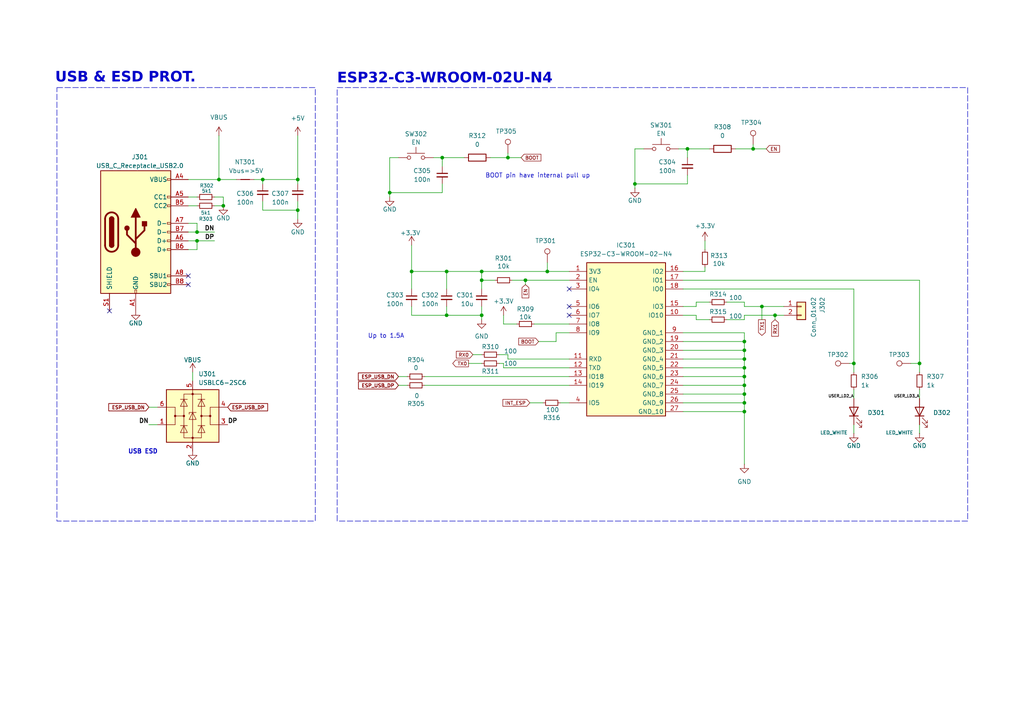
<source format=kicad_sch>
(kicad_sch (version 20231120) (generator "eeschema") (generator_version "8.0")
  (paper "A4")
  (lib_symbols
    (symbol "Connector:TestPoint" (pin_numbers hide) (pin_names (offset 0.762) hide)
      (property "Reference" "TP" (at 0 6.858 0))
      (property "Value" "TestPoint" (at 0 5.08 0))
      (symbol "TestPoint_0_1"
        (circle (center 0 3.302) (radius 0.762))
      )
      (symbol "TestPoint_1_1"
        (pin passive line (at 0 0 90) (length 2.54) (name "1") (number "1"))
      )
    )
    (symbol "Connector:USB_C_Receptacle_USB2.0" (pin_names (offset 1.016))
      (property "Reference" "J" (at -10.16 19.05 0))
      (property "Value" "USB_C_Receptacle_USB2.0" (at 19.05 19.05 0))
      (symbol "USB_C_Receptacle_USB2.0_0_0"
        (rectangle (start -0.254 -17.78) (end 0.254 -16.764))
        (rectangle (start 10.16 -14.986) (end 9.144 -15.494))
        (rectangle (start 10.16 -12.446) (end 9.144 -12.954))
        (rectangle (start 10.16 -4.826) (end 9.144 -5.334))
        (rectangle (start 10.16 -2.286) (end 9.144 -2.794))
        (rectangle (start 10.16 0.254) (end 9.144 -0.254))
        (rectangle (start 10.16 2.794) (end 9.144 2.286))
        (rectangle (start 10.16 7.874) (end 9.144 7.366))
        (rectangle (start 10.16 10.414) (end 9.144 9.906))
        (rectangle (start 10.16 15.494) (end 9.144 14.986))
      )
      (symbol "USB_C_Receptacle_USB2.0_0_1"
        (rectangle (start -10.16 17.78) (end 10.16 -17.78) (stroke (width 0.254)) (fill (type background)))
        (arc (start -8.89 -3.81) (mid -6.985 -5.7067) (end -5.08 -3.81) (stroke (width 0.508)))
        (arc (start -7.62 -3.81) (mid -6.985 -4.4423) (end -6.35 -3.81) (stroke (width 0.254)))
        (arc (start -7.62 -3.81) (mid -6.985 -4.4423) (end -6.35 -3.81) (stroke (width 0.254)) (fill (type outline)))
        (rectangle (start -7.62 -3.81) (end -6.35 3.81) (stroke (width 0.254)) (fill (type outline)))
        (arc (start -6.35 3.81) (mid -6.985 4.4423) (end -7.62 3.81) (stroke (width 0.254)))
        (arc (start -6.35 3.81) (mid -6.985 4.4423) (end -7.62 3.81) (stroke (width 0.254)) (fill (type outline)))
        (arc (start -5.08 3.81) (mid -6.985 5.7067) (end -8.89 3.81) (stroke (width 0.508)))
        (circle (center -2.54 1.143) (radius 0.635) (stroke (width 0.254)) (fill (type outline)))
        (circle (center 0 -5.842) (radius 1.27) (fill (type outline)))
        (polyline (pts (xy -8.89 -3.81) (xy -8.89 3.81)) (stroke (width 0.508)))
        (polyline (pts (xy -5.08 3.81) (xy -5.08 -3.81)) (stroke (width 0.508)))
        (polyline (pts (xy 0 -5.842) (xy 0 4.318)) (stroke (width 0.508)))
        (polyline (pts (xy 0 -3.302) (xy -2.54 -0.762) (xy -2.54 0.508)) (stroke (width 0.508)))
        (polyline (pts (xy 0 -2.032) (xy 2.54 0.508) (xy 2.54 1.778)) (stroke (width 0.508)))
        (polyline (pts (xy -1.27 4.318) (xy 0 6.858) (xy 1.27 4.318) (xy -1.27 4.318)) (stroke (width 0.254)) (fill (type outline)))
        (rectangle (start 1.905 1.778) (end 3.175 3.048) (stroke (width 0.254)) (fill (type outline)))
      )
      (symbol "USB_C_Receptacle_USB2.0_1_1"
        (pin passive line (at 0 -22.86 90) (length 5.08) (name "GND") (number "A1"))
        (pin passive line (at 0 -22.86 90) (length 5.08) hide (name "GND") (number "A12"))
        (pin passive line (at 15.24 15.24 180) (length 5.08) (name "VBUS") (number "A4"))
        (pin bidirectional line (at 15.24 10.16 180) (length 5.08) (name "CC1") (number "A5"))
        (pin bidirectional line (at 15.24 -2.54 180) (length 5.08) (name "D+") (number "A6"))
        (pin bidirectional line (at 15.24 2.54 180) (length 5.08) (name "D-") (number "A7"))
        (pin bidirectional line (at 15.24 -12.7 180) (length 5.08) (name "SBU1") (number "A8"))
        (pin passive line (at 15.24 15.24 180) (length 5.08) hide (name "VBUS") (number "A9"))
        (pin passive line (at 0 -22.86 90) (length 5.08) hide (name "GND") (number "B1"))
        (pin passive line (at 0 -22.86 90) (length 5.08) hide (name "GND") (number "B12"))
        (pin passive line (at 15.24 15.24 180) (length 5.08) hide (name "VBUS") (number "B4"))
        (pin bidirectional line (at 15.24 7.62 180) (length 5.08) (name "CC2") (number "B5"))
        (pin bidirectional line (at 15.24 -5.08 180) (length 5.08) (name "D+") (number "B6"))
        (pin bidirectional line (at 15.24 0 180) (length 5.08) (name "D-") (number "B7"))
        (pin bidirectional line (at 15.24 -15.24 180) (length 5.08) (name "SBU2") (number "B8"))
        (pin passive line (at 15.24 15.24 180) (length 5.08) hide (name "VBUS") (number "B9"))
        (pin passive line (at -7.62 -22.86 90) (length 5.08) (name "SHIELD") (number "S1"))
      )
    )
    (symbol "Connector_Generic:Conn_01x02" (pin_names (offset 1.016) hide)
      (property "Reference" "J" (at 0 2.54 0))
      (property "Value" "Conn_01x02" (at 0 -5.08 0))
      (symbol "Conn_01x02_1_1"
        (rectangle (start -1.27 -2.413) (end 0 -2.667) (stroke (width 0.1524)))
        (rectangle (start -1.27 0.127) (end 0 -0.127) (stroke (width 0.1524)))
        (rectangle (start -1.27 1.27) (end 1.27 -3.81) (stroke (width 0.254)) (fill (type background)))
        (pin passive line (at -5.08 0 0) (length 3.81) (name "Pin_1") (number "1"))
        (pin passive line (at -5.08 -2.54 0) (length 3.81) (name "Pin_2") (number "2"))
      )
    )
    (symbol "Device:C_Small" (pin_numbers hide) (pin_names (offset 0.254) hide)
      (property "Reference" "C" (at 0.254 1.778 0))
      (property "Value" "C_Small" (at 0.254 -2.032 0))
      (symbol "C_Small_0_1"
        (polyline (pts (xy -1.524 -0.508) (xy 1.524 -0.508)) (stroke (width 0.3302)))
        (polyline (pts (xy -1.524 0.508) (xy 1.524 0.508)) (stroke (width 0.3048)))
      )
      (symbol "C_Small_1_1"
        (pin passive line (at 0 2.54 270) (length 2.032) (name "~") (number "1"))
        (pin passive line (at 0 -2.54 90) (length 2.032) (name "~") (number "2"))
      )
    )
    (symbol "Device:LED" (pin_numbers hide) (pin_names (offset 1.016) hide)
      (property "Reference" "D" (at 0 2.54 0))
      (property "Value" "LED" (at 0 -2.54 0))
      (symbol "LED_0_1"
        (polyline (pts (xy -1.27 -1.27) (xy -1.27 1.27)) (stroke (width 0.254)))
        (polyline (pts (xy -1.27 0) (xy 1.27 0)))
        (polyline (pts (xy 1.27 -1.27) (xy 1.27 1.27) (xy -1.27 0) (xy 1.27 -1.27)) (stroke (width 0.254)))
        (polyline (pts (xy -3.048 -0.762) (xy -4.572 -2.286) (xy -3.81 -2.286) (xy -4.572 -2.286) (xy -4.572 -1.524)))
        (polyline (pts (xy -1.778 -0.762) (xy -3.302 -2.286) (xy -2.54 -2.286) (xy -3.302 -2.286) (xy -3.302 -1.524)))
      )
      (symbol "LED_1_1"
        (pin passive line (at -3.81 0 0) (length 2.54) (name "K") (number "1"))
        (pin passive line (at 3.81 0 180) (length 2.54) (name "A") (number "2"))
      )
    )
    (symbol "Device:NetTie_2" (pin_numbers hide) (pin_names (offset 0) hide) (in_bom no)
      (property "Reference" "NT" (at 0 1.27 0))
      (property "Value" "NetTie_2" (at 0 -1.27 0))
      (symbol "NetTie_2_0_1"
        (polyline (pts (xy -1.27 0) (xy 1.27 0)) (stroke (width 0.254)))
      )
      (symbol "NetTie_2_1_1"
        (pin passive line (at -2.54 0 0) (length 2.54) (name "1") (number "1"))
        (pin passive line (at 2.54 0 180) (length 2.54) (name "2") (number "2"))
      )
    )
    (symbol "Device:R" (pin_numbers hide) (pin_names (offset 0))
      (property "Reference" "R" (at 2.032 0 90))
      (property "Value" "R" (at 0 0 90))
      (symbol "R_0_1"
        (rectangle (start -1.016 -2.54) (end 1.016 2.54) (stroke (width 0.254)))
      )
      (symbol "R_1_1"
        (pin passive line (at 0 3.81 270) (length 1.27) (name "~") (number "1"))
        (pin passive line (at 0 -3.81 90) (length 1.27) (name "~") (number "2"))
      )
    )
    (symbol "Device:R_Small" (pin_numbers hide) (pin_names (offset 0.254) hide)
      (property "Reference" "R" (at 0.762 0.508 0))
      (property "Value" "R_Small" (at 0.762 -1.016 0))
      (symbol "R_Small_0_1"
        (rectangle (start -0.762 1.778) (end 0.762 -1.778) (stroke (width 0.2032)))
      )
      (symbol "R_Small_1_1"
        (pin passive line (at 0 2.54 270) (length 0.762) (name "~") (number "1"))
        (pin passive line (at 0 -2.54 90) (length 0.762) (name "~") (number "2"))
      )
    )
    (symbol "Power_Protection:USBLC6-2SC6" (pin_names hide)
      (property "Reference" "U" (at 2.54 8.89 0))
      (property "Value" "USBLC6-2SC6" (at 2.54 -8.89 0))
      (symbol "USBLC6-2SC6_0_1"
        (rectangle (start -7.62 -7.62) (end 7.62 7.62) (stroke (width 0.254)) (fill (type background)))
        (circle (center -5.08 0) (radius 0.254) (fill (type outline)))
        (circle (center -2.54 0) (radius 0.254) (fill (type outline)))
        (rectangle (start -2.54 6.35) (end 2.54 -6.35))
        (circle (center 0 -6.35) (radius 0.254) (fill (type outline)))
        (polyline (pts (xy -5.08 -2.54) (xy -7.62 -2.54)))
        (polyline (pts (xy -5.08 0) (xy -5.08 -2.54)))
        (polyline (pts (xy -5.08 2.54) (xy -7.62 2.54)))
        (polyline (pts (xy -1.524 -2.794) (xy -3.556 -2.794)))
        (polyline (pts (xy -1.524 4.826) (xy -3.556 4.826)))
        (polyline (pts (xy 0 -7.62) (xy 0 -6.35)))
        (polyline (pts (xy 0 -6.35) (xy 0 1.27)))
        (polyline (pts (xy 0 1.27) (xy 0 6.35)))
        (polyline (pts (xy 0 6.35) (xy 0 7.62)))
        (polyline (pts (xy 1.524 -2.794) (xy 3.556 -2.794)))
        (polyline (pts (xy 1.524 4.826) (xy 3.556 4.826)))
        (polyline (pts (xy 5.08 -2.54) (xy 7.62 -2.54)))
        (polyline (pts (xy 5.08 0) (xy 5.08 -2.54)))
        (polyline (pts (xy 5.08 2.54) (xy 7.62 2.54)))
        (polyline (pts (xy -2.54 0) (xy -5.08 0) (xy -5.08 2.54)))
        (polyline (pts (xy 2.54 0) (xy 5.08 0) (xy 5.08 2.54)))
        (polyline (pts (xy -3.556 -4.826) (xy -1.524 -4.826) (xy -2.54 -2.794) (xy -3.556 -4.826)))
        (polyline (pts (xy -3.556 2.794) (xy -1.524 2.794) (xy -2.54 4.826) (xy -3.556 2.794)))
        (polyline (pts (xy -1.016 -1.016) (xy 1.016 -1.016) (xy 0 1.016) (xy -1.016 -1.016)))
        (polyline (pts (xy 1.016 1.016) (xy 0.762 1.016) (xy -1.016 1.016) (xy -1.016 0.508)))
        (polyline (pts (xy 3.556 -4.826) (xy 1.524 -4.826) (xy 2.54 -2.794) (xy 3.556 -4.826)))
        (polyline (pts (xy 3.556 2.794) (xy 1.524 2.794) (xy 2.54 4.826) (xy 3.556 2.794)))
        (circle (center 0 6.35) (radius 0.254) (fill (type outline)))
        (circle (center 2.54 0) (radius 0.254) (fill (type outline)))
        (circle (center 5.08 0) (radius 0.254) (fill (type outline)))
      )
      (symbol "USBLC6-2SC6_1_1"
        (pin passive line (at -10.16 -2.54 0) (length 2.54) (name "I/O1") (number "1"))
        (pin passive line (at 0 -10.16 90) (length 2.54) (name "GND") (number "2"))
        (pin passive line (at 10.16 -2.54 180) (length 2.54) (name "I/O2") (number "3"))
        (pin passive line (at 10.16 2.54 180) (length 2.54) (name "I/O2") (number "4"))
        (pin passive line (at 0 10.16 270) (length 2.54) (name "VBUS") (number "5"))
        (pin passive line (at -10.16 2.54 0) (length 2.54) (name "I/O1") (number "6"))
      )
    )
    (symbol "SW_MEC_5G_2" (pin_numbers hide) (pin_names (offset 1.016) hide)
      (property "Reference" "SW301" (at 0 6.858 0))
      (property "Value" "NRST" (at 0 4.445 0))
      (symbol "SW_MEC_5G_2_0_1"
        (circle (center -2.032 0) (radius 0.508))
        (polyline (pts (xy 0 1.27) (xy 0 3.048)))
        (polyline (pts (xy 2.54 1.27) (xy -2.54 1.27)))
        (circle (center 2.032 0) (radius 0.508))
      )
      (symbol "SW_MEC_5G_2_1_1"
        (pin passive line (at -5.08 0 0) (length 2.54) (name "A") (number "1"))
        (pin passive line (at -5.08 0 0) (length 2.54) hide (name "A") (number "2"))
        (pin passive line (at 5.08 0 180) (length 2.54) (name "B") (number "2"))
        (pin passive line (at 5.08 0 180) (length 2.54) hide (name "B") (number "4"))
      )
    )
    (symbol "SamacSys_Parts:ESP32-C3-WROOM-02-N4"
      (property "Reference" "IC301" (at 16.51 7.62 0))
      (property "Value" "ESP32-C3-WROOM-02-N4" (at 16.51 5.08 0))
      (symbol "ESP32-C3-WROOM-02-N4_1_1"
        (rectangle (start 5.08 2.54) (end 27.94 -41.91) (stroke (width 0.254)) (fill (type background)))
        (pin passive line (at 0 0 0) (length 5.08) (name "3V3") (number "1"))
        (pin passive line (at 33.02 -12.7 180) (length 5.08) (name "IO10") (number "10"))
        (pin passive line (at 0 -25.4 0) (length 5.08) (name "RXD") (number "11"))
        (pin passive line (at 0 -27.94 0) (length 5.08) (name "TXD") (number "12"))
        (pin passive line (at 0 -30.48 0) (length 5.08) (name "IO18") (number "13"))
        (pin passive line (at 0 -33.02 0) (length 5.08) (name "IO19") (number "14"))
        (pin passive line (at 33.02 -10.16 180) (length 5.08) (name "IO3") (number "15"))
        (pin passive line (at 33.02 0 180) (length 5.08) (name "IO2") (number "16"))
        (pin passive line (at 33.02 -2.54 180) (length 5.08) (name "IO1") (number "17"))
        (pin passive line (at 33.02 -5.08 180) (length 5.08) (name "IO0") (number "18"))
        (pin passive line (at 33.02 -20.32 180) (length 5.08) (name "GND_2") (number "19"))
        (pin passive line (at 0 -2.54 0) (length 5.08) (name "EN") (number "2"))
        (pin passive line (at 33.02 -22.86 180) (length 5.08) (name "GND_3") (number "20"))
        (pin passive line (at 33.02 -25.4 180) (length 5.08) (name "GND_4") (number "21"))
        (pin passive line (at 33.02 -27.94 180) (length 5.08) (name "GND_5") (number "22"))
        (pin passive line (at 33.02 -30.48 180) (length 5.08) (name "GND_6") (number "23"))
        (pin passive line (at 33.02 -33.02 180) (length 5.08) (name "GND_7") (number "24"))
        (pin passive line (at 33.02 -35.56 180) (length 5.08) (name "GND_8") (number "25"))
        (pin passive line (at 33.02 -38.1 180) (length 5.08) (name "GND_9") (number "26"))
        (pin passive line (at 33.02 -40.64 180) (length 5.08) (name "GND_10") (number "27"))
        (pin passive line (at 0 -5.08 0) (length 5.08) (name "IO4") (number "3"))
        (pin passive line (at 0 -38.1 0) (length 5.08) (name "IO5") (number "4"))
        (pin passive line (at 0 -10.16 0) (length 5.08) (name "IO6") (number "5"))
        (pin passive line (at 0 -12.7 0) (length 5.08) (name "IO7") (number "6"))
        (pin passive line (at 0 -15.24 0) (length 5.08) (name "IO8") (number "7"))
        (pin passive line (at 0 -17.78 0) (length 5.08) (name "IO9") (number "8"))
        (pin passive line (at 33.02 -17.78 180) (length 5.08) (name "GND_1") (number "9"))
      )
    )
    (symbol "power:+3.3V" (power) (pin_names (offset 0))
      (property "Value" "+3.3V" (at 0 3.556 0))
      (symbol "+3.3V_0_1"
        (polyline (pts (xy -0.762 1.27) (xy 0 2.54)))
        (polyline (pts (xy 0 0) (xy 0 2.54)))
        (polyline (pts (xy 0 2.54) (xy 0.762 1.27)))
      )
      (symbol "+3.3V_1_1"
        (pin power_in line (at 0 0 90) (length 0) hide (name "+3.3V") (number "1"))
      )
    )
    (symbol "power:+5V" (power) (pin_numbers hide) (pin_names (offset 0) hide)
      (property "Value" "+5V" (at 0 3.556 0))
      (symbol "+5V_0_1"
        (polyline (pts (xy -0.762 1.27) (xy 0 2.54)))
        (polyline (pts (xy 0 0) (xy 0 2.54)))
        (polyline (pts (xy 0 2.54) (xy 0.762 1.27)))
      )
      (symbol "+5V_1_1"
        (pin power_in line (at 0 0 90) (length 0) (name "~") (number "1"))
      )
    )
    (symbol "power:GND" (power) (pin_numbers hide) (pin_names (offset 0) hide)
      (property "Value" "GND" (at 0 -3.81 0))
      (symbol "GND_0_1"
        (polyline (pts (xy 0 0) (xy 0 -1.27) (xy 1.27 -1.27) (xy 0 -2.54) (xy -1.27 -1.27) (xy 0 -1.27)))
      )
      (symbol "GND_1_1"
        (pin power_in line (at 0 0 270) (length 0) (name "~") (number "1"))
      )
    )
    (symbol "power:VBUS" (power) (pin_names (offset 0))
      (property "Value" "VBUS" (at 0 3.81 0))
      (symbol "VBUS_0_1"
        (polyline (pts (xy -0.762 1.27) (xy 0 2.54)))
        (polyline (pts (xy 0 0) (xy 0 2.54)))
        (polyline (pts (xy 0 2.54) (xy 0.762 1.27)))
      )
      (symbol "VBUS_1_1"
        (pin power_in line (at 0 0 90) (length 0) hide (name "VBUS") (number "1"))
      )
    )
  )
  (junction (at 215.9 116.84))
  (junction (at 215.9 101.6))
  (junction (at 215.9 114.3))
  (junction (at 215.9 111.76))
  (junction (at 158.75 78.74))
  (junction (at 64.77 59.69))
  (junction (at 119.38 78.74))
  (junction (at 139.7 91.44))
  (junction (at 147.32 45.72))
  (junction (at 139.7 81.28))
  (junction (at 76.2 52.07))
  (junction (at 128.27 45.72))
  (junction (at 215.9 119.38))
  (junction (at 247.65 105.41))
  (junction (at 215.9 109.22))
  (junction (at 86.36 52.07))
  (junction (at 139.7 78.74))
  (junction (at 152.4 81.28))
  (junction (at 57.15 67.31))
  (junction (at 215.9 104.14))
  (junction (at 215.9 99.06))
  (junction (at 224.79 91.44))
  (junction (at 113.03 55.88))
  (junction (at 218.44 43.18))
  (junction (at 86.36 60.96))
  (junction (at 129.54 91.44))
  (junction (at 215.9 106.68))
  (junction (at 266.7 105.41))
  (junction (at 63.5 52.07))
  (junction (at 220.98 88.9))
  (junction (at 184.15 53.34))
  (junction (at 199.39 43.18))
  (junction (at 57.15 69.85))
  (junction (at 129.54 78.74))
  (no_connect (at 54.61 80.01))
  (no_connect (at 165.1 88.9))
  (no_connect (at 165.1 83.82))
  (no_connect (at 31.75 90.17))
  (no_connect (at 54.61 82.55))
  (no_connect (at 165.1 91.44))
  (wire (pts (xy 146.05 105.41) (xy 146.05 106.68)))
  (wire (pts (xy 139.7 78.74) (xy 158.75 78.74)))
  (wire (pts (xy 215.9 99.06) (xy 215.9 101.6)))
  (wire (pts (xy 198.12 99.06) (xy 215.9 99.06)))
  (wire (pts (xy 139.7 81.28) (xy 139.7 78.74)))
  (wire (pts (xy 142.24 45.72) (xy 147.32 45.72)))
  (wire (pts (xy 139.7 81.28) (xy 143.51 81.28)))
  (wire (pts (xy 119.38 83.82) (xy 119.38 78.74)))
  (wire (pts (xy 215.9 104.14) (xy 215.9 106.68)))
  (wire (pts (xy 224.79 91.44) (xy 224.79 92.71)))
  (wire (pts (xy 201.93 92.71) (xy 201.93 91.44)))
  (wire (pts (xy 57.15 64.77) (xy 57.15 67.31)))
  (wire (pts (xy 147.32 104.14) (xy 165.1 104.14)))
  (wire (pts (xy 161.29 96.52) (xy 165.1 96.52)))
  (wire (pts (xy 215.9 109.22) (xy 215.9 111.76)))
  (wire (pts (xy 54.61 52.07) (xy 63.5 52.07)))
  (wire (pts (xy 198.12 111.76) (xy 215.9 111.76)))
  (wire (pts (xy 199.39 43.18) (xy 205.74 43.18)))
  (wire (pts (xy 147.32 102.87) (xy 147.32 104.14)))
  (wire (pts (xy 152.4 81.28) (xy 165.1 81.28)))
  (wire (pts (xy 215.9 111.76) (xy 215.9 114.3)))
  (wire (pts (xy 113.03 45.72) (xy 113.03 55.88)))
  (wire (pts (xy 246.38 105.41) (xy 247.65 105.41)))
  (wire (pts (xy 146.05 91.44) (xy 146.05 93.98)))
  (wire (pts (xy 62.23 59.69) (xy 64.77 59.69)))
  (wire (pts (xy 199.39 53.34) (xy 184.15 53.34)))
  (wire (pts (xy 153.67 116.84) (xy 157.48 116.84)))
  (wire (pts (xy 86.36 53.34) (xy 86.36 52.07)))
  (wire (pts (xy 115.57 111.76) (xy 118.11 111.76)))
  (wire (pts (xy 147.32 44.45) (xy 147.32 45.72)))
  (wire (pts (xy 199.39 50.8) (xy 199.39 53.34)))
  (wire (pts (xy 139.7 92.71) (xy 139.7 91.44)))
  (wire (pts (xy 128.27 53.34) (xy 128.27 55.88)))
  (wire (pts (xy 184.15 43.18) (xy 184.15 53.34)))
  (wire (pts (xy 210.82 92.71) (xy 215.9 92.71)))
  (wire (pts (xy 64.77 57.15) (xy 64.77 59.69)))
  (wire (pts (xy 63.5 39.37) (xy 63.5 52.07)))
  (wire (pts (xy 198.12 114.3) (xy 215.9 114.3)))
  (wire (pts (xy 146.05 106.68) (xy 165.1 106.68)))
  (wire (pts (xy 215.9 119.38) (xy 215.9 134.62)))
  (wire (pts (xy 135.89 105.41) (xy 139.7 105.41)))
  (wire (pts (xy 201.93 92.71) (xy 205.74 92.71)))
  (wire (pts (xy 215.9 88.9) (xy 220.98 88.9)))
  (wire (pts (xy 224.79 91.44) (xy 215.9 91.44)))
  (wire (pts (xy 119.38 91.44) (xy 129.54 91.44)))
  (wire (pts (xy 201.93 87.63) (xy 205.74 87.63)))
  (wire (pts (xy 119.38 71.12) (xy 119.38 78.74)))
  (wire (pts (xy 115.57 109.22) (xy 118.11 109.22)))
  (wire (pts (xy 43.18 118.11) (xy 45.72 118.11)))
  (wire (pts (xy 129.54 91.44) (xy 139.7 91.44)))
  (wire (pts (xy 86.36 60.96) (xy 86.36 63.5)))
  (wire (pts (xy 147.32 45.72) (xy 151.13 45.72)))
  (wire (pts (xy 57.15 69.85) (xy 57.15 72.39)))
  (wire (pts (xy 198.12 104.14) (xy 215.9 104.14)))
  (wire (pts (xy 113.03 55.88) (xy 113.03 57.15)))
  (wire (pts (xy 129.54 78.74) (xy 139.7 78.74)))
  (wire (pts (xy 162.56 116.84) (xy 165.1 116.84)))
  (wire (pts (xy 54.61 72.39) (xy 57.15 72.39)))
  (wire (pts (xy 76.2 60.96) (xy 86.36 60.96)))
  (wire (pts (xy 148.59 81.28) (xy 152.4 81.28)))
  (wire (pts (xy 198.12 78.74) (xy 204.47 78.74)))
  (wire (pts (xy 198.12 83.82) (xy 247.65 83.82)))
  (wire (pts (xy 86.36 39.37) (xy 86.36 52.07)))
  (wire (pts (xy 215.9 114.3) (xy 215.9 116.84)))
  (wire (pts (xy 137.16 102.87) (xy 139.7 102.87)))
  (wire (pts (xy 266.7 113.03) (xy 266.7 115.57)))
  (wire (pts (xy 218.44 43.18) (xy 222.25 43.18)))
  (wire (pts (xy 57.15 69.85) (xy 54.61 69.85)))
  (wire (pts (xy 128.27 45.72) (xy 125.73 45.72)))
  (wire (pts (xy 63.5 52.07) (xy 68.58 52.07)))
  (wire (pts (xy 220.98 88.9) (xy 220.98 92.71)))
  (wire (pts (xy 62.23 57.15) (xy 64.77 57.15)))
  (wire (pts (xy 144.78 105.41) (xy 146.05 105.41)))
  (wire (pts (xy 210.82 87.63) (xy 215.9 87.63)))
  (wire (pts (xy 76.2 58.42) (xy 76.2 60.96)))
  (wire (pts (xy 215.9 101.6) (xy 215.9 104.14)))
  (wire (pts (xy 55.88 107.95) (xy 55.88 110.49)))
  (wire (pts (xy 43.18 123.19) (xy 45.72 123.19)))
  (wire (pts (xy 218.44 41.91) (xy 218.44 43.18)))
  (wire (pts (xy 184.15 43.18) (xy 186.69 43.18)))
  (wire (pts (xy 213.36 43.18) (xy 218.44 43.18)))
  (wire (pts (xy 198.12 101.6) (xy 215.9 101.6)))
  (wire (pts (xy 149.86 93.98) (xy 146.05 93.98)))
  (wire (pts (xy 198.12 106.68) (xy 215.9 106.68)))
  (wire (pts (xy 215.9 106.68) (xy 215.9 109.22)))
  (wire (pts (xy 76.2 52.07) (xy 86.36 52.07)))
  (wire (pts (xy 139.7 88.9) (xy 139.7 91.44)))
  (wire (pts (xy 266.7 105.41) (xy 266.7 107.95)))
  (wire (pts (xy 86.36 58.42) (xy 86.36 60.96)))
  (wire (pts (xy 199.39 45.72) (xy 199.39 43.18)))
  (wire (pts (xy 113.03 45.72) (xy 115.57 45.72)))
  (wire (pts (xy 198.12 116.84) (xy 215.9 116.84)))
  (wire (pts (xy 247.65 83.82) (xy 247.65 105.41)))
  (wire (pts (xy 158.75 78.74) (xy 165.1 78.74)))
  (wire (pts (xy 215.9 96.52) (xy 215.9 99.06)))
  (wire (pts (xy 184.15 53.34) (xy 184.15 54.61)))
  (wire (pts (xy 128.27 45.72) (xy 134.62 45.72)))
  (wire (pts (xy 152.4 81.28) (xy 152.4 82.55)))
  (wire (pts (xy 57.15 64.77) (xy 54.61 64.77)))
  (wire (pts (xy 220.98 88.9) (xy 227.33 88.9)))
  (wire (pts (xy 123.19 109.22) (xy 165.1 109.22)))
  (wire (pts (xy 247.65 113.03) (xy 247.65 115.57)))
  (wire (pts (xy 198.12 119.38) (xy 215.9 119.38)))
  (wire (pts (xy 73.66 52.07) (xy 76.2 52.07)))
  (wire (pts (xy 264.16 105.41) (xy 266.7 105.41)))
  (wire (pts (xy 128.27 48.26) (xy 128.27 45.72)))
  (wire (pts (xy 201.93 91.44) (xy 198.12 91.44)))
  (wire (pts (xy 215.9 87.63) (xy 215.9 88.9)))
  (wire (pts (xy 215.9 116.84) (xy 215.9 119.38)))
  (wire (pts (xy 198.12 81.28) (xy 266.7 81.28)))
  (wire (pts (xy 158.75 76.2) (xy 158.75 78.74)))
  (wire (pts (xy 204.47 77.47) (xy 204.47 78.74)))
  (wire (pts (xy 199.39 43.18) (xy 196.85 43.18)))
  (wire (pts (xy 76.2 53.34) (xy 76.2 52.07)))
  (wire (pts (xy 144.78 102.87) (xy 147.32 102.87)))
  (wire (pts (xy 247.65 123.19) (xy 247.65 125.73)))
  (wire (pts (xy 227.33 91.44) (xy 224.79 91.44)))
  (wire (pts (xy 161.29 99.06) (xy 161.29 96.52)))
  (wire (pts (xy 204.47 69.85) (xy 204.47 72.39)))
  (wire (pts (xy 139.7 81.28) (xy 139.7 83.82)))
  (wire (pts (xy 266.7 123.19) (xy 266.7 125.73)))
  (wire (pts (xy 156.21 99.06) (xy 161.29 99.06)))
  (wire (pts (xy 154.94 93.98) (xy 165.1 93.98)))
  (wire (pts (xy 57.15 67.31) (xy 62.23 67.31)))
  (wire (pts (xy 54.61 67.31) (xy 57.15 67.31)))
  (wire (pts (xy 128.27 55.88) (xy 113.03 55.88)))
  (wire (pts (xy 198.12 96.52) (xy 215.9 96.52)))
  (wire (pts (xy 266.7 81.28) (xy 266.7 105.41)))
  (wire (pts (xy 198.12 109.22) (xy 215.9 109.22)))
  (wire (pts (xy 129.54 78.74) (xy 129.54 83.82)))
  (wire (pts (xy 119.38 78.74) (xy 129.54 78.74)))
  (wire (pts (xy 129.54 88.9) (xy 129.54 91.44)))
  (wire (pts (xy 201.93 88.9) (xy 198.12 88.9)))
  (wire (pts (xy 201.93 87.63) (xy 201.93 88.9)))
  (wire (pts (xy 54.61 59.69) (xy 57.15 59.69)))
  (wire (pts (xy 215.9 91.44) (xy 215.9 92.71)))
  (wire (pts (xy 123.19 111.76) (xy 165.1 111.76)))
  (wire (pts (xy 119.38 88.9) (xy 119.38 91.44)))
  (wire (pts (xy 54.61 57.15) (xy 57.15 57.15)))
  (wire (pts (xy 57.15 69.85) (xy 62.23 69.85)))
  (wire (pts (xy 247.65 105.41) (xy 247.65 107.95)))
  (rectangle (start 16.51 25.4) (end 91.44 151.13) (stroke (width 0) (type dash)))
  (rectangle (start 97.79 25.4) (end 280.67 151.13) (stroke (width 0) (type dash)))
  (text "Up to 1.5A" (at 106.68 98.298 0) (effects (font (size 1.27 1.27)) (justify left bottom)))
  (text "BOOT pin have internal pull up" (at 155.956 51.054 0) (effects (font (size 1.27 1.27))))
  (text "USB & ESD PROT. " (at 16.002 25.146 0) (effects (font (size 3 3) (thickness 0.254) (bold yes)) (justify left bottom)))
  (text "USB ESD" (at 37.084 131.826 0) (effects (font (size 1.27 1.27) (thickness 0.254) (bold yes)) (justify left bottom)))
  (text "ESP32-C3-WROOM-02U-N4" (at 97.79 25.4 0) (effects (font (size 3 3) (thickness 0.254) (bold yes)) (justify left bottom)))
  (label "USER_LD2_A" (at 247.65 115.57 180) (effects (font (size 0.8 0.8) (bold yes))))
  (label "DN" (at 43.18 123.19 180) (effects (font (bold yes))))
  (label "USER_LD3_A" (at 266.7 115.57 180) (effects (font (size 0.8 0.8) (bold yes))))
  (label "DN" (at 62.23 67.31 180) (effects (font (bold yes))))
  (label "DP" (at 66.04 123.19 0) (effects (font (bold yes))))
  (label "DP" (at 62.23 69.85 180) (effects (font (bold yes))))
  (global_label "ESP_USB_DN" (shape input) (at 43.18 118.11 180) (effects (font (size 1 1) (bold yes))) (property "Intersheetrefs" "${INTERSHEET_REFS}" (effects (hide yes))))
  (global_label "INT_ESP" (shape input) (at 153.67 116.84 180) (effects (font (size 1 1))) (property "Intersheetrefs" "${INTERSHEET_REFS}" (effects (hide yes))))
  (global_label "TX0" (shape output) (at 135.89 105.41 180) (effects (font (size 1 1))) (property "Intersheetrefs" "${INTERSHEET_REFS}" (effects (hide yes))))
  (global_label "ESP_USB_DN" (shape input) (at 115.57 109.22 180) (effects (font (size 1 1) (bold yes))) (property "Intersheetrefs" "${INTERSHEET_REFS}" (effects (hide yes))))
  (global_label "BOOT" (shape input) (at 151.13 45.72 0) (effects (font (size 1 1))) (property "Intersheetrefs" "${INTERSHEET_REFS}" (effects (hide yes))))
  (global_label "RX0" (shape input) (at 137.16 102.87 180) (effects (font (size 1 1))) (property "Intersheetrefs" "${INTERSHEET_REFS}" (effects (hide yes))))
  (global_label "ESP_USB_DP" (shape input) (at 66.04 118.11 0) (effects (font (size 1 1) (bold yes))) (property "Intersheetrefs" "${INTERSHEET_REFS}" (effects (hide yes))))
  (global_label "EN" (shape input) (at 222.25 43.18 0) (effects (font (size 1 1))) (property "Intersheetrefs" "${INTERSHEET_REFS}" (effects (hide yes))))
  (global_label "ESP_USB_DP" (shape input) (at 115.57 111.76 180) (effects (font (size 1 1) (bold yes))) (property "Intersheetrefs" "${INTERSHEET_REFS}" (effects (hide yes))))
  (global_label "TX1" (shape output) (at 220.98 92.71 270) (effects (font (size 1 1))) (property "Intersheetrefs" "${INTERSHEET_REFS}" (effects (hide yes))))
  (global_label "BOOT" (shape input) (at 156.21 99.06 180) (effects (font (size 1 1))) (property "Intersheetrefs" "${INTERSHEET_REFS}" (effects (hide yes))))
  (global_label "RX1" (shape input) (at 224.79 92.71 270) (effects (font (size 1 1))) (property "Intersheetrefs" "${INTERSHEET_REFS}" (effects (hide yes))))
  (global_label "EN" (shape input) (at 152.4 82.55 270) (effects (font (size 1 1))) (property "Intersheetrefs" "${INTERSHEET_REFS}" (effects (hide yes))))
  (symbol (lib_id "Device:C_Small") (at 199.39 48.26 0) (unit 1)
    (property "Reference" "C304" (at 196.088 46.9963 0) (effects (justify right)))
    (property "Value" "100n" (at 196.088 49.5363 0) (effects (justify right)))
    (property "Footprint" "Capacitor_SMD:C_0402_1005Metric" (effects (hide yes)))
    (property "LCSC Part #" "C307331" (effects (hide yes)))
    (property "JLCPCB Part #" "C307331" (effects (hide yes)))
  )
  (symbol (lib_id "Device:R_Small") (at 142.24 102.87 90) (unit 1)
    (property "Reference" "R310" (at 142.24 100.584 90))
    (property "Value" "100" (at 148.082 101.854 90))
    (property "Description" "Resistor, small symbol" (effects (hide yes)))
  )
  (symbol (lib_id "power:GND") (at 266.7 125.73 0) (unit 1)
    (property "Reference" "#PWR0308" (effects (hide yes)))
    (property "Value" "GND" (at 266.7 129.286 0))
  )
  (symbol (lib_name "SW_MEC_5G_2") (lib_id "Switch:SW_MEC_5G") (at 191.77 43.18 0) (mirror y) (unit 1)
    (property "Reference" "SW301" (at 191.77 36.322 0))
    (property "Value" "EN" (at 191.77 38.735 0))
    (property "Footprint" "Button_Switch_THT:SW_PUSH_1P1T_6x3.5mm_H4.3_APEM_MJTP1243" (effects (hide yes)))
    (property "Datasheet" "http://www.apem.com/int/index.php?controller=attachment&id_attachment=488" (effects (hide yes)))
  )
  (symbol (lib_id "power:VBUS") (at 55.88 107.95 0) (unit 1)
    (property "Reference" "#PWR0313" (effects (hide yes)))
    (property "Value" "VBUS" (at 55.88 104.394 0))
  )
  (symbol (lib_id "power:GND") (at 184.15 54.61 0) (unit 1)
    (property "Reference" "#PWR0309" (effects (hide yes)))
    (property "Value" "GND" (at 184.15 58.166 0))
  )
  (symbol (lib_id "Device:R_Small") (at 247.65 110.49 0) (unit 1)
    (property "Reference" "R306" (at 249.682 109.22 0) (effects (justify left)))
    (property "Value" "1k" (at 249.682 111.76 0) (effects (justify left)))
    (property "Footprint" "Resistor_SMD:R_0603_1608Metric" (effects (hide yes)))
    (property "LCSC Part #" "C21190" (effects (hide yes)))
    (property "JLCPCB Part #" "C21190" (effects (hide yes)))
  )
  (symbol (lib_id "Device:C_Small") (at 119.38 86.36 0) (unit 1)
    (property "Reference" "C303" (at 117.094 85.598 0) (effects (justify right)))
    (property "Value" "100n" (at 117.094 88.138 0) (effects (justify right)))
    (property "Footprint" "Capacitor_SMD:C_0402_1005Metric" (effects (hide yes)))
    (property "LCSC Part #" "C96446" (effects (hide yes)))
    (property "JLCPCB Part #" "C23733" (effects (hide yes)))
  )
  (symbol (lib_id "Device:R_Small") (at 266.7 110.49 0) (unit 1)
    (property "Reference" "R307" (at 268.732 109.22 0) (effects (justify left)))
    (property "Value" "1k" (at 268.732 111.76 0) (effects (justify left)))
    (property "Footprint" "Resistor_SMD:R_0603_1608Metric" (effects (hide yes)))
    (property "LCSC Part #" "C21190" (effects (hide yes)))
    (property "JLCPCB Part #" "C21190" (effects (hide yes)))
  )
  (symbol (lib_id "power:+3.3V") (at 146.05 91.44 0) (unit 1)
    (property "Reference" "#PWR0310" (effects (hide yes)))
    (property "Value" "+3.3V" (at 146.05 87.376 0))
  )
  (symbol (lib_id "Device:C_Small") (at 139.7 86.36 0) (unit 1)
    (property "Reference" "C301" (at 137.414 85.598 0) (effects (justify right)))
    (property "Value" "10u" (at 137.414 88.138 0) (effects (justify right)))
    (property "Footprint" "Capacitor_SMD:C_0402_1005Metric" (effects (hide yes)))
    (property "LCSC Part #" "C96446" (effects (hide yes)))
    (property "JLCPCB Part #" "C23733" (effects (hide yes)))
  )
  (symbol (lib_id "Device:R_Small") (at 59.69 59.69 90) (unit 1)
    (property "Reference" "R303" (at 59.69 63.5 90) (effects (font (size 1 1))))
    (property "Value" "5k1" (at 59.69 61.722 90) (effects (font (size 1 1))))
    (property "Footprint" "Resistor_SMD:R_0402_1005Metric" (effects (hide yes)))
    (property "JLCPCB Part #" "C25905" (effects (hide yes)))
  )
  (symbol (lib_id "Device:R_Small") (at 146.05 81.28 90) (unit 1)
    (property "Reference" "R301" (at 146.05 74.93 90))
    (property "Value" "10k" (at 146.05 77.216 90))
    (property "Description" "Resistor, small symbol" (effects (hide yes)))
  )
  (symbol (lib_id "power:+3.3V") (at 204.47 69.85 0) (mirror y) (unit 1)
    (property "Reference" "#PWR0312" (effects (hide yes)))
    (property "Value" "+3.3V" (at 204.47 65.532 0))
  )
  (symbol (lib_id "Power_Protection:USBLC6-2SC6") (at 55.88 120.65 0) (unit 1)
    (property "Reference" "U301" (at 57.5311 108.458 0) (effects (justify left)))
    (property "Value" "USBLC6-2SC6" (at 57.5311 110.998 0) (effects (justify left)))
    (property "Footprint" "Package_TO_SOT_SMD:SOT-23-6" (effects (hide yes)))
    (property "Datasheet" "https://www.st.com/resource/en/datasheet/usblc6-2.pdf" (effects (hide yes)))
  )
  (symbol (lib_id "Device:R_Small") (at 160.02 116.84 90) (unit 1)
    (property "Reference" "R316" (at 160.02 121.158 90))
    (property "Value" "100" (at 160.274 118.872 90))
    (property "Description" "Resistor, small symbol" (effects (hide yes)))
  )
  (symbol (lib_id "power:VBUS") (at 63.5 39.37 0) (unit 1)
    (property "Reference" "#PWR0306" (effects (hide yes)))
    (property "Value" "VBUS" (at 63.5 34.036 0))
  )
  (symbol (lib_id "power:GND") (at 39.37 90.17 0) (unit 1)
    (property "Reference" "#PWR0304" (effects (hide yes)))
    (property "Value" "GND" (at 39.37 93.726 0))
  )
  (symbol (lib_id "Device:R_Small") (at 120.65 111.76 90) (unit 1)
    (property "Reference" "R305" (at 120.65 117.094 90))
    (property "Value" "0" (at 120.904 114.808 90))
    (property "Description" "Resistor, small symbol" (effects (hide yes)))
  )
  (symbol (lib_id "SamacSys_Parts:ESP32-C3-WROOM-02-N4") (at 165.1 78.74 0) (unit 1)
    (property "Reference" "IC301" (at 181.61 71.12 0))
    (property "Value" "ESP32-C3-WROOM-02-N4" (at 181.61 73.66 0))
    (property "Footprint" "ESP32C3WROOM02N4" (effects (hide yes)))
    (property "Datasheet" "https://www.mouser.ch/datasheet/2/891/Espressif_ESP32_C3_WROOM_02-2006871.pdf" (effects (hide yes)))
    (property "Description" "WiFi Modules (802.11) (Engineering Samples) SMD module, ESP32-C3, 4MB SPI flash, PCB antenna, -40 C +85 C" (effects (hide yes)))
    (property "Height" "3.35" (effects (hide yes)))
    (property "Manufacturer_Name" "Espressif Systems" (effects (hide yes)))
    (property "Manufacturer_Part_Number" "ESP32-C3-WROOM-02-N4" (effects (hide yes)))
    (property "Mouser Part Number" "356-ESP32C3WROOM02N4" (effects (hide yes)))
    (property "Mouser Price/Stock" "https://www.mouser.co.uk/ProductDetail/Espressif-Systems/ESP32-C3-WROOM-02-N4?qs=stqOd1AaK7%2FqjTZKEOgfUg%3D%3D" (effects (hide yes)))
  )
  (symbol (lib_id "Device:C_Small") (at 128.27 50.8 0) (unit 1)
    (property "Reference" "C305" (at 124.968 49.5363 0) (effects (justify right)))
    (property "Value" "100n" (at 124.968 52.0763 0) (effects (justify right)))
    (property "Footprint" "Capacitor_SMD:C_0402_1005Metric" (effects (hide yes)))
    (property "LCSC Part #" "C307331" (effects (hide yes)))
    (property "JLCPCB Part #" "C307331" (effects (hide yes)))
  )
  (symbol (lib_id "Device:R") (at 138.43 45.72 90) (unit 1)
    (property "Reference" "R312" (at 138.43 39.37 90))
    (property "Value" "0" (at 138.43 41.91 90))
    (property "Footprint" "Resistor_SMD:R_0402_1005Metric" (effects (hide yes)))
    (property "LCSC Part #" "C25744" (effects (hide yes)))
    (property "JLCPCB Part #" "C25744" (effects (hide yes)))
  )
  (symbol (lib_id "Device:R_Small") (at 208.28 92.71 90) (unit 1)
    (property "Reference" "R315" (at 208.28 90.424 90))
    (property "Value" "100" (at 213.36 91.694 90))
    (property "Description" "Resistor, small symbol" (effects (hide yes)))
  )
  (symbol (lib_id "Device:R_Small") (at 208.28 87.63 90) (unit 1)
    (property "Reference" "R314" (at 208.28 85.344 90))
    (property "Value" "100" (at 213.36 86.36 90))
    (property "Description" "Resistor, small symbol" (effects (hide yes)))
  )
  (symbol (lib_id "Device:R_Small") (at 59.69 57.15 90) (unit 1)
    (property "Reference" "R302" (at 59.944 53.848 90) (effects (font (size 1 1))))
    (property "Value" "5k1" (at 59.944 55.372 90) (effects (font (size 1 1))))
    (property "Footprint" "Resistor_SMD:R_0402_1005Metric" (effects (hide yes)))
    (property "JLCPCB Part #" "C25905" (effects (hide yes)))
  )
  (symbol (lib_id "Connector:TestPoint") (at 218.44 41.91 0) (unit 1)
    (property "Reference" "TP304" (at 220.98 35.56 0) (effects (justify right)))
    (property "Value" "TestPoint" (effects (hide yes)))
    (property "Footprint" "TestPoint:TestPoint_Pad_D1.0mm" (effects (hide yes)))
  )
  (symbol (lib_id "Connector:TestPoint") (at 147.32 44.45 0) (unit 1)
    (property "Reference" "TP305" (at 149.86 38.1 0) (effects (justify right)))
    (property "Value" "TestPoint" (effects (hide yes)))
    (property "Footprint" "TestPoint:TestPoint_Pad_D1.0mm" (effects (hide yes)))
  )
  (symbol (lib_id "Device:R_Small") (at 142.24 105.41 90) (unit 1)
    (property "Reference" "R311" (at 142.24 107.696 90))
    (property "Value" "100" (at 148.082 105.41 90))
    (property "Description" "Resistor, small symbol" (effects (hide yes)))
  )
  (symbol (lib_id "power:GND") (at 113.03 57.15 0) (unit 1)
    (property "Reference" "#PWR0311" (effects (hide yes)))
    (property "Value" "GND" (at 113.03 60.706 0))
  )
  (symbol (lib_id "Device:R") (at 209.55 43.18 90) (unit 1)
    (property "Reference" "R308" (at 209.55 36.83 90))
    (property "Value" "0" (at 209.55 39.37 90))
    (property "Footprint" "Resistor_SMD:R_0402_1005Metric" (effects (hide yes)))
    (property "LCSC Part #" "C25744" (effects (hide yes)))
    (property "JLCPCB Part #" "C25744" (effects (hide yes)))
  )
  (symbol (lib_id "power:GND") (at 215.9 134.62 0) (unit 1)
    (property "Reference" "#PWR0302" (effects (hide yes)))
    (property "Value" "GND" (at 215.9 139.7 0))
    (property "Description" "Power symbol creates a global label with name \"GND\" , ground" (effects (hide yes)))
  )
  (symbol (lib_id "power:GND") (at 139.7 92.71 0) (unit 1)
    (property "Reference" "#PWR0301" (effects (hide yes)))
    (property "Value" "GND" (at 139.7 97.536 0))
    (property "Description" "Power symbol creates a global label with name \"GND\" , ground" (effects (hide yes)))
  )
  (symbol (lib_id "power:+5V") (at 86.36 39.37 0) (unit 1)
    (property "Reference" "#PWR0316" (effects (hide yes)))
    (property "Value" "+5V" (at 86.36 34.29 0))
    (property "Description" "Power symbol creates a global label with name \"+5V\"" (effects (hide yes)))
  )
  (symbol (lib_id "Device:C_Small") (at 86.36 55.88 0) (unit 1)
    (property "Reference" "C307" (at 83.82 56.134 0) (effects (justify right)))
    (property "Value" "100n" (at 83.82 58.674 0) (effects (justify right)))
    (property "Footprint" "Capacitor_SMD:C_0402_1005Metric" (effects (hide yes)))
    (property "LCSC Part #" "C307331" (effects (hide yes)))
    (property "JLCPCB Part #" "C307331" (effects (hide yes)))
  )
  (symbol (lib_id "Connector:TestPoint") (at 264.16 105.41 90) (unit 1)
    (property "Reference" "TP303" (at 257.81 102.87 90) (effects (justify right)))
    (property "Value" "TestPoint" (effects (hide yes)))
    (property "Footprint" "TestPoint:TestPoint_Pad_D1.0mm" (effects (hide yes)))
  )
  (symbol (lib_id "power:GND") (at 247.65 125.73 0) (unit 1)
    (property "Reference" "#PWR0307" (effects (hide yes)))
    (property "Value" "GND" (at 247.65 129.286 0))
  )
  (symbol (lib_id "Connector:TestPoint") (at 158.75 76.2 0) (unit 1)
    (property "Reference" "TP301" (at 161.29 69.85 0) (effects (justify right)))
    (property "Value" "TestPoint" (effects (hide yes)))
    (property "Footprint" "TestPoint:TestPoint_Pad_D1.0mm" (effects (hide yes)))
  )
  (symbol (lib_id "Device:LED") (at 266.7 119.38 90) (unit 1)
    (property "Reference" "D302" (at 270.637 119.6975 90) (effects (justify right)))
    (property "Value" "LED_WHITE" (at 256.921 125.476 90) (effects (font (size 1 1)) (justify right)))
    (property "Footprint" "Diode_SMD:D_0603_1608Metric" (effects (hide yes)))
    (property "LCSC Part #" "C2290" (effects (hide yes)))
    (property "JLCPCB Part #" "C2286" (effects (hide yes)))
  )
  (symbol (lib_id "Device:NetTie_2") (at 71.12 52.07 0) (unit 1) (in_bom no)
    (property "Reference" "NT301" (at 71.12 46.99 0))
    (property "Value" "Vbus=>5V" (at 71.374 49.53 0))
    (property "Description" "Net tie, 2 pins" (effects (hide yes)))
  )
  (symbol (lib_id "power:+3.3V") (at 119.38 71.12 0) (unit 1)
    (property "Reference" "#PWR0303" (effects (hide yes)))
    (property "Value" "+3.3V" (at 118.999 67.564 0))
  )
  (symbol (lib_id "Device:R_Small") (at 204.47 74.93 0) (mirror x) (unit 1)
    (property "Reference" "R313" (at 208.534 74.168 0))
    (property "Value" "10k" (at 208.534 76.454 0))
    (property "Description" "Resistor, small symbol" (effects (hide yes)))
  )
  (symbol (lib_id "Device:LED") (at 247.65 119.38 90) (unit 1)
    (property "Reference" "D301" (at 251.587 119.6975 90) (effects (justify right)))
    (property "Value" "LED_WHITE" (at 237.871 125.476 90) (effects (font (size 1 1)) (justify right)))
    (property "Footprint" "Diode_SMD:D_0603_1608Metric" (effects (hide yes)))
    (property "LCSC Part #" "C2290" (effects (hide yes)))
    (property "JLCPCB Part #" "C72038" (effects (hide yes)))
  )
  (symbol (lib_id "Device:C_Small") (at 129.54 86.36 0) (unit 1)
    (property "Reference" "C302" (at 127.254 85.598 0) (effects (justify right)))
    (property "Value" "100n" (at 127.254 88.138 0) (effects (justify right)))
    (property "Footprint" "Capacitor_SMD:C_0402_1005Metric" (effects (hide yes)))
    (property "LCSC Part #" "C96446" (effects (hide yes)))
    (property "JLCPCB Part #" "C23733" (effects (hide yes)))
  )
  (symbol (lib_id "power:GND") (at 64.77 59.69 0) (unit 1)
    (property "Reference" "#PWR0305" (effects (hide yes)))
    (property "Value" "GND" (at 64.77 63.246 0))
  )
  (symbol (lib_id "Device:C_Small") (at 76.2 55.88 0) (unit 1)
    (property "Reference" "C306" (at 73.66 56.134 0) (effects (justify right)))
    (property "Value" "100n" (at 73.66 58.674 0) (effects (justify right)))
    (property "Footprint" "Capacitor_SMD:C_0402_1005Metric" (effects (hide yes)))
    (property "LCSC Part #" "C307331" (effects (hide yes)))
    (property "JLCPCB Part #" "C307331" (effects (hide yes)))
  )
  (symbol (lib_name "SW_MEC_5G_2") (lib_id "Switch:SW_MEC_5G") (at 120.65 45.72 0) (mirror y) (unit 1)
    (property "Reference" "SW302" (at 120.65 38.862 0))
    (property "Value" "EN" (at 120.65 41.275 0))
    (property "Footprint" "Button_Switch_THT:SW_PUSH_1P1T_6x3.5mm_H4.3_APEM_MJTP1243" (effects (hide yes)))
    (property "Datasheet" "http://www.apem.com/int/index.php?controller=attachment&id_attachment=488" (effects (hide yes)))
  )
  (symbol (lib_id "Connector_Generic:Conn_01x02") (at 232.41 88.9 0) (unit 1)
    (property "Reference" "J302" (at 238.506 86.106 90) (effects (justify right)))
    (property "Value" "Conn_01x02" (at 235.966 86.106 90) (effects (justify right)))
    (property "Description" "Generic connector, single row, 01x02, script generated (kicad-library-utils/schlib/autogen/connector/)" (effects (hide yes)))
  )
  (symbol (lib_id "Connector:USB_C_Receptacle_USB2.0") (at 39.37 67.31 0) (unit 1)
    (property "Reference" "J301" (at 40.579 45.5343 0))
    (property "Value" "USB_C_Receptacle_USB2.0" (at 40.579 48.0743 0))
    (property "Footprint" "Connector_USB:USB_C_Receptacle_GCT_USB4105-xx-A_16P_TopMnt_Horizontal" (effects (hide yes)))
    (property "Datasheet" "https://www.usb.org/sites/default/files/documents/usb_type-c.zip" (effects (hide yes)))
  )
  (symbol (lib_id "power:GND") (at 86.36 63.5 0) (unit 1)
    (property "Reference" "#PWR0315" (effects (hide yes)))
    (property "Value" "GND" (at 86.36 67.31 0))
    (property "Description" "Power symbol creates a global label with name \"GND\" , ground" (effects (hide yes)))
  )
  (symbol (lib_id "Device:R_Small") (at 120.65 109.22 90) (unit 1)
    (property "Reference" "R304" (at 120.65 104.394 90))
    (property "Value" "0" (at 120.65 106.68 90))
    (property "Description" "Resistor, small symbol" (effects (hide yes)))
  )
  (symbol (lib_id "Connector:TestPoint") (at 246.38 105.41 90) (unit 1)
    (property "Reference" "TP302" (at 240.03 102.87 90) (effects (justify right)))
    (property "Value" "TestPoint" (effects (hide yes)))
    (property "Footprint" "TestPoint:TestPoint_Pad_D1.0mm" (effects (hide yes)))
  )
  (symbol (lib_id "Device:R_Small") (at 152.4 93.98 90) (unit 1)
    (property "Reference" "R309" (at 152.4 89.662 90))
    (property "Value" "10k" (at 152.4 91.948 90))
    (property "Description" "Resistor, small symbol" (effects (hide yes)))
  )
  (symbol (lib_id "power:GND") (at 55.88 130.81 0) (unit 1)
    (property "Reference" "#PWR0314" (effects (hide yes)))
    (property "Value" "GND" (at 55.88 134.366 0))
  )
)
</source>
